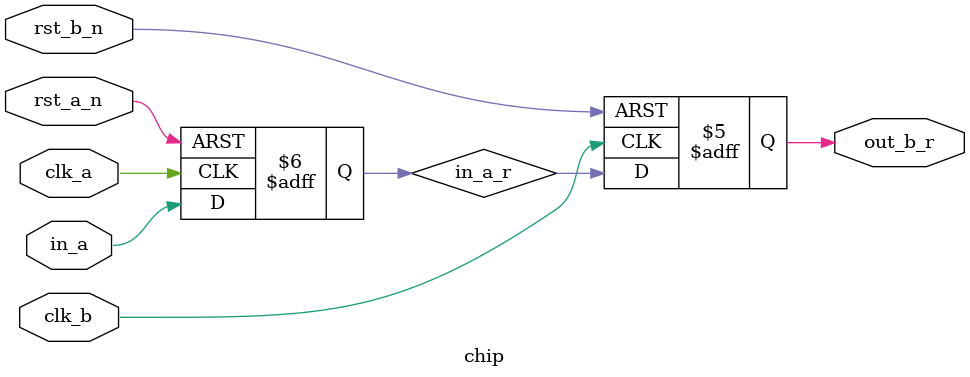
<source format=v>
module chip (/*AUTOARG*/
   // Outputs
   out_b_r,
   // Inputs
   rst_a_n, rst_b_n, clk_a, clk_b, in_a
   );
   
   input rst_a_n;
   input rst_b_n;
   input clk_a;
   input clk_b;
   input in_a;
   output out_b_r;
  
  
  /*AUTOINPUT*/
  /*AUTOOUTPUT*/
  
  /*AUTOREG*/
  /*AUTOWIRE*/

   reg 	 in_a_r;
   reg 	 out_b_r;
   

   always @(posedge clk_a or negedge rst_a_n) begin
      if(rst_a_n == 1'b0) begin
	 /*AUTORESET*/
	 // Beginning of autoreset for uninitialized flops
	 in_a_r <= 1'h0;
	 // End of automatics
      end
      else begin
	 in_a_r <= in_a;	 
      end
   end



   always @(posedge clk_b or negedge rst_b_n) begin
      if(rst_b_n == 1'b0) begin
	 /*AUTORESET*/
	 // Beginning of autoreset for uninitialized flops
	 out_b_r <= 1'h0;
	 // End of automatics
      end
      else begin
	 out_b_r <= in_a_r;	 
      end
   end

   
  
  
endmodule // chip
/*  
 Local Variables:
 verilog-library-directories:(
 "."
 )
 eval: (flymake-mode 1)
 eval: (ignore-errors (flycheck-mode -1))
 End:
 */

</source>
